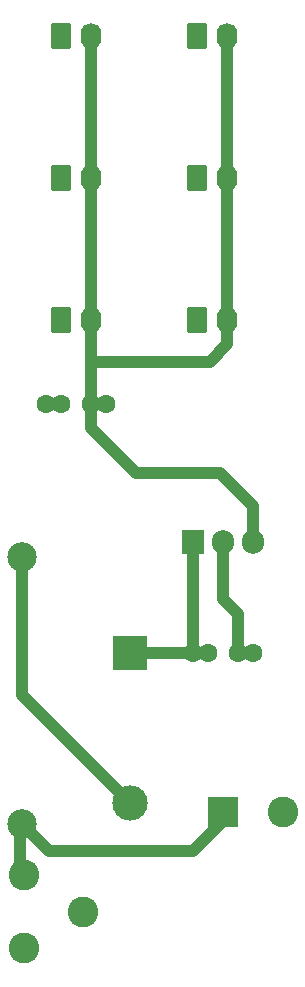
<source format=gtl>
G04 #@! TF.GenerationSoftware,KiCad,Pcbnew,7.0.5*
G04 #@! TF.CreationDate,2024-04-01T13:17:15+02:00*
G04 #@! TF.ProjectId,power,706f7765-722e-46b6-9963-61645f706362,rev?*
G04 #@! TF.SameCoordinates,Original*
G04 #@! TF.FileFunction,Copper,L1,Top*
G04 #@! TF.FilePolarity,Positive*
%FSLAX46Y46*%
G04 Gerber Fmt 4.6, Leading zero omitted, Abs format (unit mm)*
G04 Created by KiCad (PCBNEW 7.0.5) date 2024-04-01 13:17:15*
%MOMM*%
%LPD*%
G01*
G04 APERTURE LIST*
G04 Aperture macros list*
%AMRoundRect*
0 Rectangle with rounded corners*
0 $1 Rounding radius*
0 $2 $3 $4 $5 $6 $7 $8 $9 X,Y pos of 4 corners*
0 Add a 4 corners polygon primitive as box body*
4,1,4,$2,$3,$4,$5,$6,$7,$8,$9,$2,$3,0*
0 Add four circle primitives for the rounded corners*
1,1,$1+$1,$2,$3*
1,1,$1+$1,$4,$5*
1,1,$1+$1,$6,$7*
1,1,$1+$1,$8,$9*
0 Add four rect primitives between the rounded corners*
20,1,$1+$1,$2,$3,$4,$5,0*
20,1,$1+$1,$4,$5,$6,$7,0*
20,1,$1+$1,$6,$7,$8,$9,0*
20,1,$1+$1,$8,$9,$2,$3,0*%
G04 Aperture macros list end*
G04 #@! TA.AperFunction,ComponentPad*
%ADD10C,2.500000*%
G04 #@! TD*
G04 #@! TA.AperFunction,ComponentPad*
%ADD11R,3.000000X3.000000*%
G04 #@! TD*
G04 #@! TA.AperFunction,ComponentPad*
%ADD12O,3.000000X3.000000*%
G04 #@! TD*
G04 #@! TA.AperFunction,ComponentPad*
%ADD13C,2.600000*%
G04 #@! TD*
G04 #@! TA.AperFunction,ComponentPad*
%ADD14RoundRect,0.250000X-0.620000X-0.845000X0.620000X-0.845000X0.620000X0.845000X-0.620000X0.845000X0*%
G04 #@! TD*
G04 #@! TA.AperFunction,ComponentPad*
%ADD15O,1.740000X2.190000*%
G04 #@! TD*
G04 #@! TA.AperFunction,ComponentPad*
%ADD16R,1.905000X2.000000*%
G04 #@! TD*
G04 #@! TA.AperFunction,ComponentPad*
%ADD17O,1.905000X2.000000*%
G04 #@! TD*
G04 #@! TA.AperFunction,ComponentPad*
%ADD18C,1.600000*%
G04 #@! TD*
G04 #@! TA.AperFunction,ComponentPad*
%ADD19R,2.600000X2.600000*%
G04 #@! TD*
G04 #@! TA.AperFunction,Conductor*
%ADD20C,1.000000*%
G04 #@! TD*
G04 APERTURE END LIST*
D10*
X44704000Y-121666000D03*
X44704000Y-99066000D03*
D11*
X53848000Y-107188000D03*
D12*
X53848000Y-119888000D03*
D13*
X44850000Y-126009000D03*
X49850000Y-129109000D03*
X44850000Y-132209000D03*
D14*
X59500000Y-79000000D03*
D15*
X62040000Y-79000000D03*
D14*
X48000000Y-79000000D03*
D15*
X50540000Y-79000000D03*
D16*
X59182000Y-97790000D03*
D17*
X61722000Y-97790000D03*
X64262000Y-97790000D03*
D14*
X48000000Y-55000000D03*
D15*
X50540000Y-55000000D03*
D18*
X51816000Y-86106000D03*
X50546000Y-86106000D03*
X48006000Y-86106000D03*
X46736000Y-86106000D03*
X59182000Y-107188000D03*
X60452000Y-107188000D03*
X62992000Y-107188000D03*
X64262000Y-107188000D03*
D19*
X61722000Y-120650000D03*
D13*
X66802000Y-120650000D03*
D14*
X48000000Y-67000000D03*
D15*
X50540000Y-67000000D03*
D14*
X59500000Y-55000000D03*
D15*
X62040000Y-55000000D03*
D14*
X59500000Y-67000000D03*
D15*
X62040000Y-67000000D03*
D20*
X60585000Y-82550000D02*
X62040000Y-81095000D01*
X50546000Y-82550000D02*
X60585000Y-82550000D01*
X50546000Y-82550000D02*
X50546000Y-79006000D01*
X62040000Y-81095000D02*
X62040000Y-79000000D01*
X50546000Y-86106000D02*
X50546000Y-82550000D01*
X50546000Y-79006000D02*
X50540000Y-79000000D01*
X54356000Y-91948000D02*
X50546000Y-88138000D01*
X61468000Y-91948000D02*
X54356000Y-91948000D01*
X64262000Y-94742000D02*
X61468000Y-91948000D01*
X64262000Y-97790000D02*
X64262000Y-94742000D01*
X50546000Y-88138000D02*
X50546000Y-86106000D01*
X62992000Y-103886000D02*
X62992000Y-107188000D01*
X61722000Y-102616000D02*
X62992000Y-103886000D01*
X61722000Y-97790000D02*
X61722000Y-102616000D01*
X59182000Y-107188000D02*
X59182000Y-97790000D01*
X53848000Y-107188000D02*
X59182000Y-107188000D01*
X50540000Y-67000000D02*
X50540000Y-55000000D01*
X50540000Y-79000000D02*
X50540000Y-67000000D01*
X62040000Y-67000000D02*
X62040000Y-55000000D01*
X62040000Y-79000000D02*
X62040000Y-67000000D01*
X61976000Y-79064000D02*
X62040000Y-79000000D01*
X44704000Y-110744000D02*
X53848000Y-119888000D01*
X44704000Y-99066000D02*
X44704000Y-110744000D01*
X59182000Y-123952000D02*
X46990000Y-123952000D01*
X46990000Y-123952000D02*
X44704000Y-121666000D01*
X61722000Y-121412000D02*
X59182000Y-123952000D01*
X61722000Y-120650000D02*
X61722000Y-121412000D01*
X44500000Y-121870000D02*
X44704000Y-121666000D01*
X44500000Y-126300000D02*
X44500000Y-121870000D01*
M02*

</source>
